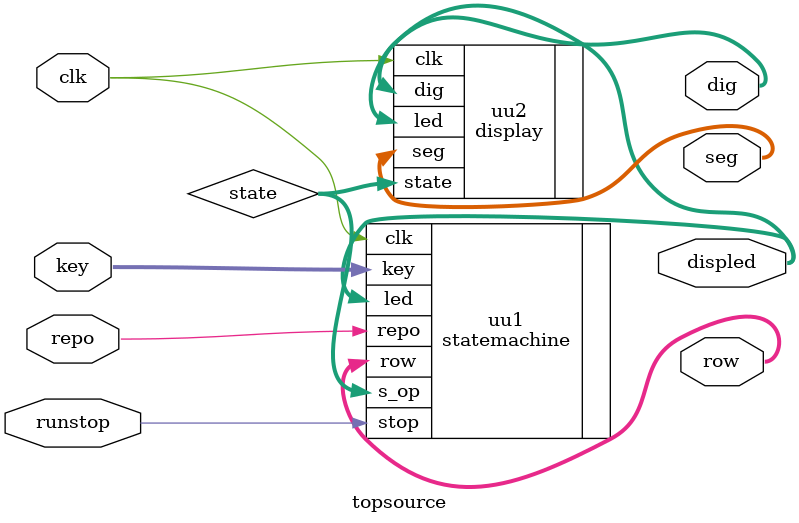
<source format=v>
`timescale 1ns / 1ps


module topsource(
input clk,
input [3:0] key,
input runstop,
input repo,
output [3:0] row,
output [7:0] seg,
output [5:0] dig,
output [3:0] displed
    );
    
    wire [1:0] state;
        
    statemachine uu1(
    .clk(clk),
    .key(key),
    .stop(runstop),
    .repo(repo),
    .s_op(state),
    .led(displed),
    .row(row)
    );
    
    display uu2(
    .clk(clk),
    .state(state),
    .led(displed),
    .seg(seg),
    .dig(dig)
    );
    
endmodule
</source>
